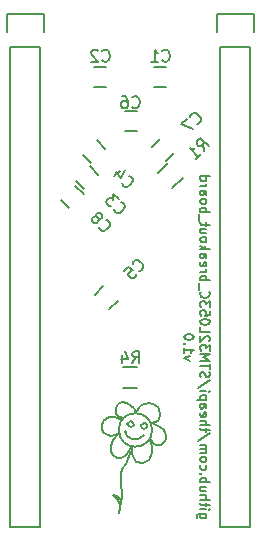
<source format=gbo>
G04 #@! TF.FileFunction,Legend,Bot*
%FSLAX46Y46*%
G04 Gerber Fmt 4.6, Leading zero omitted, Abs format (unit mm)*
G04 Created by KiCad (PCBNEW 4.0.4+e1-6308~48~ubuntu16.04.1-stable) date Wed Oct 26 20:21:12 2016*
%MOMM*%
%LPD*%
G01*
G04 APERTURE LIST*
%ADD10C,0.101600*%
%ADD11C,0.150000*%
G04 APERTURE END LIST*
D10*
D11*
X198204429Y-122064290D02*
X197556810Y-122064290D01*
X197480619Y-122102385D01*
X197442524Y-122140480D01*
X197404429Y-122216671D01*
X197404429Y-122330956D01*
X197442524Y-122407147D01*
X197709190Y-122064290D02*
X197671095Y-122140480D01*
X197671095Y-122292861D01*
X197709190Y-122369052D01*
X197747286Y-122407147D01*
X197823476Y-122445242D01*
X198052048Y-122445242D01*
X198128238Y-122407147D01*
X198166333Y-122369052D01*
X198204429Y-122292861D01*
X198204429Y-122140480D01*
X198166333Y-122064290D01*
X197671095Y-121683337D02*
X198204429Y-121683337D01*
X198471095Y-121683337D02*
X198433000Y-121721432D01*
X198394905Y-121683337D01*
X198433000Y-121645242D01*
X198471095Y-121683337D01*
X198394905Y-121683337D01*
X198204429Y-121416671D02*
X198204429Y-121111909D01*
X198471095Y-121302385D02*
X197785381Y-121302385D01*
X197709190Y-121264290D01*
X197671095Y-121188099D01*
X197671095Y-121111909D01*
X197671095Y-120845242D02*
X198471095Y-120845242D01*
X197671095Y-120502385D02*
X198090143Y-120502385D01*
X198166333Y-120540480D01*
X198204429Y-120616670D01*
X198204429Y-120730956D01*
X198166333Y-120807147D01*
X198128238Y-120845242D01*
X198204429Y-119778575D02*
X197671095Y-119778575D01*
X198204429Y-120121432D02*
X197785381Y-120121432D01*
X197709190Y-120083337D01*
X197671095Y-120007146D01*
X197671095Y-119892860D01*
X197709190Y-119816670D01*
X197747286Y-119778575D01*
X197671095Y-119397622D02*
X198471095Y-119397622D01*
X198166333Y-119397622D02*
X198204429Y-119321431D01*
X198204429Y-119169050D01*
X198166333Y-119092860D01*
X198128238Y-119054765D01*
X198052048Y-119016669D01*
X197823476Y-119016669D01*
X197747286Y-119054765D01*
X197709190Y-119092860D01*
X197671095Y-119169050D01*
X197671095Y-119321431D01*
X197709190Y-119397622D01*
X197747286Y-118673812D02*
X197709190Y-118635717D01*
X197671095Y-118673812D01*
X197709190Y-118711907D01*
X197747286Y-118673812D01*
X197671095Y-118673812D01*
X197709190Y-117950003D02*
X197671095Y-118026193D01*
X197671095Y-118178574D01*
X197709190Y-118254765D01*
X197747286Y-118292860D01*
X197823476Y-118330955D01*
X198052048Y-118330955D01*
X198128238Y-118292860D01*
X198166333Y-118254765D01*
X198204429Y-118178574D01*
X198204429Y-118026193D01*
X198166333Y-117950003D01*
X197671095Y-117492860D02*
X197709190Y-117569051D01*
X197747286Y-117607146D01*
X197823476Y-117645241D01*
X198052048Y-117645241D01*
X198128238Y-117607146D01*
X198166333Y-117569051D01*
X198204429Y-117492860D01*
X198204429Y-117378574D01*
X198166333Y-117302384D01*
X198128238Y-117264289D01*
X198052048Y-117226193D01*
X197823476Y-117226193D01*
X197747286Y-117264289D01*
X197709190Y-117302384D01*
X197671095Y-117378574D01*
X197671095Y-117492860D01*
X197671095Y-116883336D02*
X198204429Y-116883336D01*
X198128238Y-116883336D02*
X198166333Y-116845241D01*
X198204429Y-116769050D01*
X198204429Y-116654764D01*
X198166333Y-116578574D01*
X198090143Y-116540479D01*
X197671095Y-116540479D01*
X198090143Y-116540479D02*
X198166333Y-116502383D01*
X198204429Y-116426193D01*
X198204429Y-116311907D01*
X198166333Y-116235717D01*
X198090143Y-116197622D01*
X197671095Y-116197622D01*
X198509190Y-115245240D02*
X197480619Y-115930955D01*
X198204429Y-115092860D02*
X198204429Y-114788098D01*
X198471095Y-114978574D02*
X197785381Y-114978574D01*
X197709190Y-114940479D01*
X197671095Y-114864288D01*
X197671095Y-114788098D01*
X197671095Y-114521431D02*
X198471095Y-114521431D01*
X197671095Y-114178574D02*
X198090143Y-114178574D01*
X198166333Y-114216669D01*
X198204429Y-114292859D01*
X198204429Y-114407145D01*
X198166333Y-114483336D01*
X198128238Y-114521431D01*
X197709190Y-113492859D02*
X197671095Y-113569049D01*
X197671095Y-113721430D01*
X197709190Y-113797621D01*
X197785381Y-113835716D01*
X198090143Y-113835716D01*
X198166333Y-113797621D01*
X198204429Y-113721430D01*
X198204429Y-113569049D01*
X198166333Y-113492859D01*
X198090143Y-113454764D01*
X198013952Y-113454764D01*
X197937762Y-113835716D01*
X197671095Y-112769050D02*
X198090143Y-112769050D01*
X198166333Y-112807145D01*
X198204429Y-112883335D01*
X198204429Y-113035716D01*
X198166333Y-113111907D01*
X197709190Y-112769050D02*
X197671095Y-112845240D01*
X197671095Y-113035716D01*
X197709190Y-113111907D01*
X197785381Y-113150002D01*
X197861571Y-113150002D01*
X197937762Y-113111907D01*
X197975857Y-113035716D01*
X197975857Y-112845240D01*
X198013952Y-112769050D01*
X198204429Y-112388097D02*
X197404429Y-112388097D01*
X198166333Y-112388097D02*
X198204429Y-112311906D01*
X198204429Y-112159525D01*
X198166333Y-112083335D01*
X198128238Y-112045240D01*
X198052048Y-112007144D01*
X197823476Y-112007144D01*
X197747286Y-112045240D01*
X197709190Y-112083335D01*
X197671095Y-112159525D01*
X197671095Y-112311906D01*
X197709190Y-112388097D01*
X197671095Y-111664287D02*
X198204429Y-111664287D01*
X198471095Y-111664287D02*
X198433000Y-111702382D01*
X198394905Y-111664287D01*
X198433000Y-111626192D01*
X198471095Y-111664287D01*
X198394905Y-111664287D01*
X198509190Y-110711906D02*
X197480619Y-111397621D01*
X197709190Y-110483335D02*
X197671095Y-110369049D01*
X197671095Y-110178573D01*
X197709190Y-110102383D01*
X197747286Y-110064287D01*
X197823476Y-110026192D01*
X197899667Y-110026192D01*
X197975857Y-110064287D01*
X198013952Y-110102383D01*
X198052048Y-110178573D01*
X198090143Y-110330954D01*
X198128238Y-110407145D01*
X198166333Y-110445240D01*
X198242524Y-110483335D01*
X198318714Y-110483335D01*
X198394905Y-110445240D01*
X198433000Y-110407145D01*
X198471095Y-110330954D01*
X198471095Y-110140478D01*
X198433000Y-110026192D01*
X198471095Y-109797621D02*
X198471095Y-109340478D01*
X197671095Y-109569049D02*
X198471095Y-109569049D01*
X197671095Y-109073811D02*
X198471095Y-109073811D01*
X197899667Y-108807144D01*
X198471095Y-108540477D01*
X197671095Y-108540477D01*
X198471095Y-108235715D02*
X198471095Y-107740477D01*
X198166333Y-108007144D01*
X198166333Y-107892858D01*
X198128238Y-107816668D01*
X198090143Y-107778572D01*
X198013952Y-107740477D01*
X197823476Y-107740477D01*
X197747286Y-107778572D01*
X197709190Y-107816668D01*
X197671095Y-107892858D01*
X197671095Y-108121430D01*
X197709190Y-108197620D01*
X197747286Y-108235715D01*
X198394905Y-107435715D02*
X198433000Y-107397620D01*
X198471095Y-107321429D01*
X198471095Y-107130953D01*
X198433000Y-107054763D01*
X198394905Y-107016667D01*
X198318714Y-106978572D01*
X198242524Y-106978572D01*
X198128238Y-107016667D01*
X197671095Y-107473810D01*
X197671095Y-106978572D01*
X197671095Y-106254762D02*
X197671095Y-106635715D01*
X198471095Y-106635715D01*
X198471095Y-105835715D02*
X198471095Y-105759524D01*
X198433000Y-105683334D01*
X198394905Y-105645239D01*
X198318714Y-105607143D01*
X198166333Y-105569048D01*
X197975857Y-105569048D01*
X197823476Y-105607143D01*
X197747286Y-105645239D01*
X197709190Y-105683334D01*
X197671095Y-105759524D01*
X197671095Y-105835715D01*
X197709190Y-105911905D01*
X197747286Y-105950001D01*
X197823476Y-105988096D01*
X197975857Y-106026191D01*
X198166333Y-106026191D01*
X198318714Y-105988096D01*
X198394905Y-105950001D01*
X198433000Y-105911905D01*
X198471095Y-105835715D01*
X198471095Y-104845238D02*
X198471095Y-105226191D01*
X198090143Y-105264286D01*
X198128238Y-105226191D01*
X198166333Y-105150000D01*
X198166333Y-104959524D01*
X198128238Y-104883334D01*
X198090143Y-104845238D01*
X198013952Y-104807143D01*
X197823476Y-104807143D01*
X197747286Y-104845238D01*
X197709190Y-104883334D01*
X197671095Y-104959524D01*
X197671095Y-105150000D01*
X197709190Y-105226191D01*
X197747286Y-105264286D01*
X198471095Y-104540476D02*
X198471095Y-104045238D01*
X198166333Y-104311905D01*
X198166333Y-104197619D01*
X198128238Y-104121429D01*
X198090143Y-104083333D01*
X198013952Y-104045238D01*
X197823476Y-104045238D01*
X197747286Y-104083333D01*
X197709190Y-104121429D01*
X197671095Y-104197619D01*
X197671095Y-104426191D01*
X197709190Y-104502381D01*
X197747286Y-104540476D01*
X197747286Y-103245238D02*
X197709190Y-103283333D01*
X197671095Y-103397619D01*
X197671095Y-103473809D01*
X197709190Y-103588095D01*
X197785381Y-103664286D01*
X197861571Y-103702381D01*
X198013952Y-103740476D01*
X198128238Y-103740476D01*
X198280619Y-103702381D01*
X198356810Y-103664286D01*
X198433000Y-103588095D01*
X198471095Y-103473809D01*
X198471095Y-103397619D01*
X198433000Y-103283333D01*
X198394905Y-103245238D01*
X197594905Y-103092857D02*
X197594905Y-102483333D01*
X197671095Y-102292857D02*
X198471095Y-102292857D01*
X198166333Y-102292857D02*
X198204429Y-102216666D01*
X198204429Y-102064285D01*
X198166333Y-101988095D01*
X198128238Y-101950000D01*
X198052048Y-101911904D01*
X197823476Y-101911904D01*
X197747286Y-101950000D01*
X197709190Y-101988095D01*
X197671095Y-102064285D01*
X197671095Y-102216666D01*
X197709190Y-102292857D01*
X197671095Y-101569047D02*
X198204429Y-101569047D01*
X198052048Y-101569047D02*
X198128238Y-101530952D01*
X198166333Y-101492856D01*
X198204429Y-101416666D01*
X198204429Y-101340475D01*
X197709190Y-100769047D02*
X197671095Y-100845237D01*
X197671095Y-100997618D01*
X197709190Y-101073809D01*
X197785381Y-101111904D01*
X198090143Y-101111904D01*
X198166333Y-101073809D01*
X198204429Y-100997618D01*
X198204429Y-100845237D01*
X198166333Y-100769047D01*
X198090143Y-100730952D01*
X198013952Y-100730952D01*
X197937762Y-101111904D01*
X197671095Y-100045238D02*
X198090143Y-100045238D01*
X198166333Y-100083333D01*
X198204429Y-100159523D01*
X198204429Y-100311904D01*
X198166333Y-100388095D01*
X197709190Y-100045238D02*
X197671095Y-100121428D01*
X197671095Y-100311904D01*
X197709190Y-100388095D01*
X197785381Y-100426190D01*
X197861571Y-100426190D01*
X197937762Y-100388095D01*
X197975857Y-100311904D01*
X197975857Y-100121428D01*
X198013952Y-100045238D01*
X197671095Y-99664285D02*
X198471095Y-99664285D01*
X197975857Y-99588094D02*
X197671095Y-99359523D01*
X198204429Y-99359523D02*
X197899667Y-99664285D01*
X197671095Y-98902380D02*
X197709190Y-98978571D01*
X197747286Y-99016666D01*
X197823476Y-99054761D01*
X198052048Y-99054761D01*
X198128238Y-99016666D01*
X198166333Y-98978571D01*
X198204429Y-98902380D01*
X198204429Y-98788094D01*
X198166333Y-98711904D01*
X198128238Y-98673809D01*
X198052048Y-98635713D01*
X197823476Y-98635713D01*
X197747286Y-98673809D01*
X197709190Y-98711904D01*
X197671095Y-98788094D01*
X197671095Y-98902380D01*
X198204429Y-97949999D02*
X197671095Y-97949999D01*
X198204429Y-98292856D02*
X197785381Y-98292856D01*
X197709190Y-98254761D01*
X197671095Y-98178570D01*
X197671095Y-98064284D01*
X197709190Y-97988094D01*
X197747286Y-97949999D01*
X198204429Y-97683332D02*
X198204429Y-97378570D01*
X198471095Y-97569046D02*
X197785381Y-97569046D01*
X197709190Y-97530951D01*
X197671095Y-97454760D01*
X197671095Y-97378570D01*
X197594905Y-97302379D02*
X197594905Y-96692855D01*
X197671095Y-96502379D02*
X198471095Y-96502379D01*
X198166333Y-96502379D02*
X198204429Y-96426188D01*
X198204429Y-96273807D01*
X198166333Y-96197617D01*
X198128238Y-96159522D01*
X198052048Y-96121426D01*
X197823476Y-96121426D01*
X197747286Y-96159522D01*
X197709190Y-96197617D01*
X197671095Y-96273807D01*
X197671095Y-96426188D01*
X197709190Y-96502379D01*
X197671095Y-95664283D02*
X197709190Y-95740474D01*
X197747286Y-95778569D01*
X197823476Y-95816664D01*
X198052048Y-95816664D01*
X198128238Y-95778569D01*
X198166333Y-95740474D01*
X198204429Y-95664283D01*
X198204429Y-95549997D01*
X198166333Y-95473807D01*
X198128238Y-95435712D01*
X198052048Y-95397616D01*
X197823476Y-95397616D01*
X197747286Y-95435712D01*
X197709190Y-95473807D01*
X197671095Y-95549997D01*
X197671095Y-95664283D01*
X197671095Y-94711902D02*
X198090143Y-94711902D01*
X198166333Y-94749997D01*
X198204429Y-94826187D01*
X198204429Y-94978568D01*
X198166333Y-95054759D01*
X197709190Y-94711902D02*
X197671095Y-94788092D01*
X197671095Y-94978568D01*
X197709190Y-95054759D01*
X197785381Y-95092854D01*
X197861571Y-95092854D01*
X197937762Y-95054759D01*
X197975857Y-94978568D01*
X197975857Y-94788092D01*
X198013952Y-94711902D01*
X197671095Y-94330949D02*
X198204429Y-94330949D01*
X198052048Y-94330949D02*
X198128238Y-94292854D01*
X198166333Y-94254758D01*
X198204429Y-94178568D01*
X198204429Y-94102377D01*
X197671095Y-93492854D02*
X198471095Y-93492854D01*
X197709190Y-93492854D02*
X197671095Y-93569044D01*
X197671095Y-93721425D01*
X197709190Y-93797616D01*
X197747286Y-93835711D01*
X197823476Y-93873806D01*
X198052048Y-93873806D01*
X198128238Y-93835711D01*
X198166333Y-93797616D01*
X198204429Y-93721425D01*
X198204429Y-93569044D01*
X198166333Y-93492854D01*
X196854429Y-109092857D02*
X196321095Y-108902381D01*
X196854429Y-108711905D01*
X196321095Y-107988095D02*
X196321095Y-108445238D01*
X196321095Y-108216667D02*
X197121095Y-108216667D01*
X197006810Y-108292857D01*
X196930619Y-108369048D01*
X196892524Y-108445238D01*
X196397286Y-107645238D02*
X196359190Y-107607143D01*
X196321095Y-107645238D01*
X196359190Y-107683333D01*
X196397286Y-107645238D01*
X196321095Y-107645238D01*
X197121095Y-107111905D02*
X197121095Y-107035714D01*
X197083000Y-106959524D01*
X197044905Y-106921429D01*
X196968714Y-106883333D01*
X196816333Y-106845238D01*
X196625857Y-106845238D01*
X196473476Y-106883333D01*
X196397286Y-106921429D01*
X196359190Y-106959524D01*
X196321095Y-107035714D01*
X196321095Y-107111905D01*
X196359190Y-107188095D01*
X196397286Y-107226191D01*
X196473476Y-107264286D01*
X196625857Y-107302381D01*
X196816333Y-107302381D01*
X196968714Y-107264286D01*
X197044905Y-107226191D01*
X197083000Y-107188095D01*
X197121095Y-107111905D01*
X194790000Y-85940000D02*
X193790000Y-85940000D01*
X193790000Y-84240000D02*
X194790000Y-84240000D01*
X188710000Y-84240000D02*
X189710000Y-84240000D01*
X189710000Y-85940000D02*
X188710000Y-85940000D01*
X188347487Y-92645406D02*
X189054594Y-93352513D01*
X187852513Y-94554594D02*
X187145406Y-93847487D01*
X188428830Y-92348911D02*
X187721723Y-91641804D01*
X188923804Y-90439723D02*
X189630911Y-91146830D01*
X194943140Y-92388823D02*
X194094611Y-93237352D01*
X195332048Y-94474789D02*
X196180577Y-93626260D01*
X188783406Y-103511513D02*
X189490513Y-102804406D01*
X190692594Y-104006487D02*
X189985487Y-104713594D01*
X191300000Y-87950000D02*
X192300000Y-87950000D01*
X192300000Y-89650000D02*
X191300000Y-89650000D01*
X195467794Y-91509687D02*
X194760687Y-92216794D01*
X193558606Y-91014713D02*
X194265713Y-90307606D01*
X187095004Y-94275123D02*
X187802111Y-94982230D01*
X186600030Y-96184311D02*
X185892923Y-95477204D01*
X181610000Y-82550000D02*
X181610000Y-123190000D01*
X181610000Y-123190000D02*
X184150000Y-123190000D01*
X184150000Y-123190000D02*
X184150000Y-82550000D01*
X181330000Y-79730000D02*
X181330000Y-81280000D01*
X181610000Y-82550000D02*
X184150000Y-82550000D01*
X184430000Y-81280000D02*
X184430000Y-79730000D01*
X184430000Y-79730000D02*
X181330000Y-79730000D01*
X199390000Y-82550000D02*
X199390000Y-123190000D01*
X199390000Y-123190000D02*
X201930000Y-123190000D01*
X201930000Y-123190000D02*
X201930000Y-82550000D01*
X199110000Y-79730000D02*
X199110000Y-81280000D01*
X199390000Y-82550000D02*
X201930000Y-82550000D01*
X202210000Y-81280000D02*
X202210000Y-79730000D01*
X202210000Y-79730000D02*
X199110000Y-79730000D01*
X192370000Y-109615000D02*
X191170000Y-109615000D01*
X191170000Y-111365000D02*
X192370000Y-111365000D01*
X190904000Y-121294000D02*
X190764000Y-121024000D01*
X190764000Y-121024000D02*
X190644000Y-120834000D01*
X190644000Y-120834000D02*
X190474000Y-120644000D01*
X190474000Y-120644000D02*
X190294000Y-120474000D01*
X190294000Y-120474000D02*
X190614000Y-120514000D01*
X190614000Y-120514000D02*
X190734000Y-120644000D01*
X190734000Y-120644000D02*
X190934000Y-120884000D01*
X191824000Y-116754000D02*
X191374000Y-117814000D01*
X191374000Y-117814000D02*
X191094000Y-118264000D01*
X191094000Y-118264000D02*
X190934000Y-118714000D01*
X190934000Y-118714000D02*
X190934000Y-119154000D01*
X190934000Y-119154000D02*
X190934000Y-119664000D01*
X190934000Y-119664000D02*
X191094000Y-120224000D01*
X191094000Y-120224000D02*
X191094000Y-120614000D01*
X191094000Y-120614000D02*
X190874000Y-121564000D01*
X190874000Y-121564000D02*
X190764000Y-122004000D01*
X190764000Y-122004000D02*
X190814000Y-122004000D01*
X191814000Y-114224000D02*
X191964000Y-114344000D01*
X191964000Y-114344000D02*
X192054000Y-114534000D01*
X192054000Y-114534000D02*
X191954000Y-114634000D01*
X191954000Y-114634000D02*
X191794000Y-114694000D01*
X191794000Y-114694000D02*
X191614000Y-114654000D01*
X191614000Y-114654000D02*
X191494000Y-114484000D01*
X191494000Y-114484000D02*
X191524000Y-114364000D01*
X191524000Y-114364000D02*
X191614000Y-114254000D01*
X191614000Y-114254000D02*
X191794000Y-114214000D01*
X193034000Y-114344000D02*
X193154000Y-114564000D01*
X193154000Y-114564000D02*
X193174000Y-114714000D01*
X193174000Y-114714000D02*
X193074000Y-114804000D01*
X193074000Y-114804000D02*
X192924000Y-114884000D01*
X192924000Y-114884000D02*
X192774000Y-114784000D01*
X192774000Y-114784000D02*
X192654000Y-114634000D01*
X192654000Y-114634000D02*
X192634000Y-114534000D01*
X192634000Y-114534000D02*
X192744000Y-114454000D01*
X192744000Y-114454000D02*
X193004000Y-114394000D01*
X192884000Y-115384000D02*
X192544000Y-115654000D01*
X192544000Y-115654000D02*
X192394000Y-115724000D01*
X192394000Y-115724000D02*
X192204000Y-115724000D01*
X192204000Y-115724000D02*
X192054000Y-115724000D01*
X192054000Y-115724000D02*
X191894000Y-115724000D01*
X191894000Y-115724000D02*
X191744000Y-115654000D01*
X191744000Y-115654000D02*
X191514000Y-115464000D01*
X191514000Y-115464000D02*
X191404000Y-115264000D01*
X191404000Y-115264000D02*
X191284000Y-115044000D01*
X191284000Y-115044000D02*
X191364000Y-115114000D01*
X190754000Y-115304000D02*
X190334000Y-115804000D01*
X190334000Y-115804000D02*
X190104000Y-116334000D01*
X190104000Y-116334000D02*
X190104000Y-116794000D01*
X190104000Y-116794000D02*
X190294000Y-117064000D01*
X190294000Y-117064000D02*
X190644000Y-117324000D01*
X190644000Y-117324000D02*
X190984000Y-117324000D01*
X190984000Y-117324000D02*
X191284000Y-117174000D01*
X191284000Y-117174000D02*
X191474000Y-116984000D01*
X191474000Y-116984000D02*
X191704000Y-116604000D01*
X191704000Y-116604000D02*
X191864000Y-116374000D01*
X191094000Y-114084000D02*
X190454000Y-113894000D01*
X190454000Y-113894000D02*
X189954000Y-113864000D01*
X189954000Y-113864000D02*
X189424000Y-114204000D01*
X189424000Y-114204000D02*
X189344000Y-114624000D01*
X189344000Y-114624000D02*
X189344000Y-114924000D01*
X189344000Y-114924000D02*
X189494000Y-115234000D01*
X189494000Y-115234000D02*
X189844000Y-115344000D01*
X189844000Y-115344000D02*
X190144000Y-115424000D01*
X190144000Y-115424000D02*
X190484000Y-115384000D01*
X190484000Y-115384000D02*
X190714000Y-115304000D01*
X190714000Y-115304000D02*
X190874000Y-115234000D01*
X193424000Y-115804000D02*
X193574000Y-116374000D01*
X193574000Y-116374000D02*
X193614000Y-116944000D01*
X193614000Y-116944000D02*
X193344000Y-117474000D01*
X193344000Y-117474000D02*
X192854000Y-117784000D01*
X192854000Y-117784000D02*
X192274000Y-117674000D01*
X192274000Y-117674000D02*
X192054000Y-117324000D01*
X192054000Y-117324000D02*
X191934000Y-116984000D01*
X191934000Y-116984000D02*
X191864000Y-116644000D01*
X191864000Y-116644000D02*
X191864000Y-116374000D01*
X193574000Y-114354000D02*
X194104000Y-114584000D01*
X194104000Y-114584000D02*
X194524000Y-114854000D01*
X194524000Y-114854000D02*
X194684000Y-115154000D01*
X194684000Y-115154000D02*
X194754000Y-115424000D01*
X194754000Y-115424000D02*
X194754000Y-115684000D01*
X194754000Y-115684000D02*
X194684000Y-115914000D01*
X194684000Y-115914000D02*
X194334000Y-116224000D01*
X194334000Y-116224000D02*
X193954000Y-116224000D01*
X193954000Y-116224000D02*
X193764000Y-116104000D01*
X193764000Y-116104000D02*
X193494000Y-115804000D01*
X193494000Y-115804000D02*
X193424000Y-115804000D01*
X192204000Y-113554000D02*
X192544000Y-112944000D01*
X192544000Y-112944000D02*
X192884000Y-112754000D01*
X192884000Y-112754000D02*
X193464000Y-112674000D01*
X193464000Y-112674000D02*
X193884000Y-112834000D01*
X193884000Y-112834000D02*
X194184000Y-113134000D01*
X194184000Y-113134000D02*
X194294000Y-113744000D01*
X194294000Y-113744000D02*
X194104000Y-114164000D01*
X194104000Y-114164000D02*
X193844000Y-114314000D01*
X193844000Y-114314000D02*
X193614000Y-114354000D01*
X193614000Y-114354000D02*
X193534000Y-114354000D01*
X193534000Y-114354000D02*
X193534000Y-114394000D01*
X192204000Y-113514000D02*
X192054000Y-113134000D01*
X192054000Y-113134000D02*
X191824000Y-112944000D01*
X191824000Y-112944000D02*
X191474000Y-112644000D01*
X191474000Y-112644000D02*
X191094000Y-112604000D01*
X191094000Y-112604000D02*
X190714000Y-112754000D01*
X190714000Y-112754000D02*
X190564000Y-113054000D01*
X190564000Y-113054000D02*
X190524000Y-113404000D01*
X190524000Y-113404000D02*
X190564000Y-113594000D01*
X190564000Y-113594000D02*
X190714000Y-113744000D01*
X190714000Y-113744000D02*
X190904000Y-113824000D01*
X190904000Y-113824000D02*
X191134000Y-113934000D01*
X193608214Y-114954000D02*
G75*
G03X193608214Y-114954000I-1414214J0D01*
G01*
X194476666Y-83669143D02*
X194524285Y-83716762D01*
X194667142Y-83764381D01*
X194762380Y-83764381D01*
X194905238Y-83716762D01*
X195000476Y-83621524D01*
X195048095Y-83526286D01*
X195095714Y-83335810D01*
X195095714Y-83192952D01*
X195048095Y-83002476D01*
X195000476Y-82907238D01*
X194905238Y-82812000D01*
X194762380Y-82764381D01*
X194667142Y-82764381D01*
X194524285Y-82812000D01*
X194476666Y-82859619D01*
X193524285Y-83764381D02*
X194095714Y-83764381D01*
X193810000Y-83764381D02*
X193810000Y-82764381D01*
X193905238Y-82907238D01*
X194000476Y-83002476D01*
X194095714Y-83050095D01*
X189396666Y-83669143D02*
X189444285Y-83716762D01*
X189587142Y-83764381D01*
X189682380Y-83764381D01*
X189825238Y-83716762D01*
X189920476Y-83621524D01*
X189968095Y-83526286D01*
X190015714Y-83335810D01*
X190015714Y-83192952D01*
X189968095Y-83002476D01*
X189920476Y-82907238D01*
X189825238Y-82812000D01*
X189682380Y-82764381D01*
X189587142Y-82764381D01*
X189444285Y-82812000D01*
X189396666Y-82859619D01*
X189015714Y-82859619D02*
X188968095Y-82812000D01*
X188872857Y-82764381D01*
X188634761Y-82764381D01*
X188539523Y-82812000D01*
X188491904Y-82859619D01*
X188444285Y-82954857D01*
X188444285Y-83050095D01*
X188491904Y-83192952D01*
X189063333Y-83764381D01*
X188444285Y-83764381D01*
X190365312Y-96255389D02*
X190365312Y-96322732D01*
X190432656Y-96457419D01*
X190499999Y-96524763D01*
X190634687Y-96592107D01*
X190769374Y-96592107D01*
X190870389Y-96558435D01*
X191038747Y-96457420D01*
X191139763Y-96356404D01*
X191240778Y-96188045D01*
X191274450Y-96087030D01*
X191274450Y-95952343D01*
X191207106Y-95817656D01*
X191139763Y-95750312D01*
X191005076Y-95682969D01*
X190937732Y-95682969D01*
X190769374Y-95379924D02*
X190331641Y-94942190D01*
X190297970Y-95447267D01*
X190196954Y-95346251D01*
X190095939Y-95312579D01*
X190028595Y-95312579D01*
X189927579Y-95346252D01*
X189759221Y-95514610D01*
X189725549Y-95615626D01*
X189725549Y-95682969D01*
X189759221Y-95783984D01*
X189961252Y-95986015D01*
X190062267Y-96019687D01*
X190129610Y-96019687D01*
X191049629Y-94017706D02*
X191049629Y-94085049D01*
X191116973Y-94219736D01*
X191184316Y-94287080D01*
X191319004Y-94354424D01*
X191453691Y-94354424D01*
X191554706Y-94320752D01*
X191723064Y-94219737D01*
X191824080Y-94118721D01*
X191925095Y-93950362D01*
X191958767Y-93849347D01*
X191958767Y-93714660D01*
X191891423Y-93579973D01*
X191824080Y-93512629D01*
X191689393Y-93445286D01*
X191622049Y-93445286D01*
X190847599Y-93007553D02*
X190376194Y-93478958D01*
X191285332Y-92906539D02*
X190948614Y-93579974D01*
X190510881Y-93142241D01*
X197988326Y-91347837D02*
X197887311Y-90775416D01*
X198392388Y-90943776D02*
X197685281Y-90236669D01*
X197415906Y-90506043D01*
X197382235Y-90607059D01*
X197382235Y-90674402D01*
X197415906Y-90775417D01*
X197516922Y-90876432D01*
X197617937Y-90910104D01*
X197685280Y-90910104D01*
X197786295Y-90876432D01*
X198055670Y-90607058D01*
X197314891Y-92021272D02*
X197718953Y-91617211D01*
X197516922Y-91819241D02*
X196809816Y-91112134D01*
X196978174Y-91145806D01*
X197112861Y-91145806D01*
X197213876Y-91112134D01*
X192521389Y-101480688D02*
X192588732Y-101480688D01*
X192723419Y-101413344D01*
X192790763Y-101346001D01*
X192858107Y-101211313D01*
X192858107Y-101076626D01*
X192824435Y-100975611D01*
X192723420Y-100807253D01*
X192622404Y-100706237D01*
X192454045Y-100605222D01*
X192353030Y-100571550D01*
X192218343Y-100571550D01*
X192083656Y-100638894D01*
X192016312Y-100706237D01*
X191948969Y-100840924D01*
X191948969Y-100908268D01*
X191241862Y-101480688D02*
X191578580Y-101143970D01*
X191948969Y-101447015D01*
X191881626Y-101447015D01*
X191780610Y-101480687D01*
X191612251Y-101649046D01*
X191578579Y-101750061D01*
X191578579Y-101817405D01*
X191612252Y-101918421D01*
X191780610Y-102086779D01*
X191881626Y-102120451D01*
X191948969Y-102120451D01*
X192049984Y-102086779D01*
X192218343Y-101918420D01*
X192252015Y-101817405D01*
X192252015Y-101750061D01*
X191936666Y-87606143D02*
X191984285Y-87653762D01*
X192127142Y-87701381D01*
X192222380Y-87701381D01*
X192365238Y-87653762D01*
X192460476Y-87558524D01*
X192508095Y-87463286D01*
X192555714Y-87272810D01*
X192555714Y-87129952D01*
X192508095Y-86939476D01*
X192460476Y-86844238D01*
X192365238Y-86749000D01*
X192222380Y-86701381D01*
X192127142Y-86701381D01*
X191984285Y-86749000D01*
X191936666Y-86796619D01*
X191079523Y-86701381D02*
X191270000Y-86701381D01*
X191365238Y-86749000D01*
X191412857Y-86796619D01*
X191508095Y-86939476D01*
X191555714Y-87129952D01*
X191555714Y-87510905D01*
X191508095Y-87606143D01*
X191460476Y-87653762D01*
X191365238Y-87701381D01*
X191174761Y-87701381D01*
X191079523Y-87653762D01*
X191031904Y-87606143D01*
X190984285Y-87510905D01*
X190984285Y-87272810D01*
X191031904Y-87177571D01*
X191079523Y-87129952D01*
X191174761Y-87082333D01*
X191365238Y-87082333D01*
X191460476Y-87129952D01*
X191508095Y-87177571D01*
X191555714Y-87272810D01*
X197414589Y-89023888D02*
X197481932Y-89023888D01*
X197616619Y-88956544D01*
X197683963Y-88889201D01*
X197751307Y-88754513D01*
X197751307Y-88619826D01*
X197717635Y-88518811D01*
X197616620Y-88350453D01*
X197515604Y-88249437D01*
X197347245Y-88148422D01*
X197246230Y-88114750D01*
X197111543Y-88114750D01*
X196976856Y-88182094D01*
X196909512Y-88249437D01*
X196842169Y-88384124D01*
X196842169Y-88451468D01*
X196539124Y-88619826D02*
X196067719Y-89091231D01*
X197077872Y-89495292D01*
X189125829Y-97759106D02*
X189125829Y-97826449D01*
X189193173Y-97961136D01*
X189260516Y-98028480D01*
X189395204Y-98095824D01*
X189529891Y-98095824D01*
X189630906Y-98062152D01*
X189799264Y-97961137D01*
X189900280Y-97860121D01*
X190001295Y-97691762D01*
X190034967Y-97590747D01*
X190034967Y-97456060D01*
X189967623Y-97321373D01*
X189900280Y-97254029D01*
X189765593Y-97186686D01*
X189698249Y-97186686D01*
X189058487Y-97018327D02*
X189159502Y-97051999D01*
X189226845Y-97051999D01*
X189327860Y-97018327D01*
X189361532Y-96984656D01*
X189395204Y-96883641D01*
X189395204Y-96816297D01*
X189361532Y-96715282D01*
X189226845Y-96580594D01*
X189125829Y-96546923D01*
X189058486Y-96546923D01*
X188957471Y-96580594D01*
X188923799Y-96614266D01*
X188890127Y-96715281D01*
X188890127Y-96782625D01*
X188923799Y-96883640D01*
X189058487Y-97018327D01*
X189092158Y-97119343D01*
X189092158Y-97186686D01*
X189058486Y-97287702D01*
X188923799Y-97422389D01*
X188822784Y-97456060D01*
X188755441Y-97456060D01*
X188654425Y-97422389D01*
X188519738Y-97287701D01*
X188486066Y-97186686D01*
X188486066Y-97119343D01*
X188519738Y-97018327D01*
X188654425Y-96883641D01*
X188755441Y-96849968D01*
X188822784Y-96849968D01*
X188923799Y-96883640D01*
X191936666Y-109291381D02*
X192270000Y-108815190D01*
X192508095Y-109291381D02*
X192508095Y-108291381D01*
X192127142Y-108291381D01*
X192031904Y-108339000D01*
X191984285Y-108386619D01*
X191936666Y-108481857D01*
X191936666Y-108624714D01*
X191984285Y-108719952D01*
X192031904Y-108767571D01*
X192127142Y-108815190D01*
X192508095Y-108815190D01*
X191079523Y-108624714D02*
X191079523Y-109291381D01*
X191317619Y-108243762D02*
X191555714Y-108958048D01*
X190936666Y-108958048D01*
M02*

</source>
